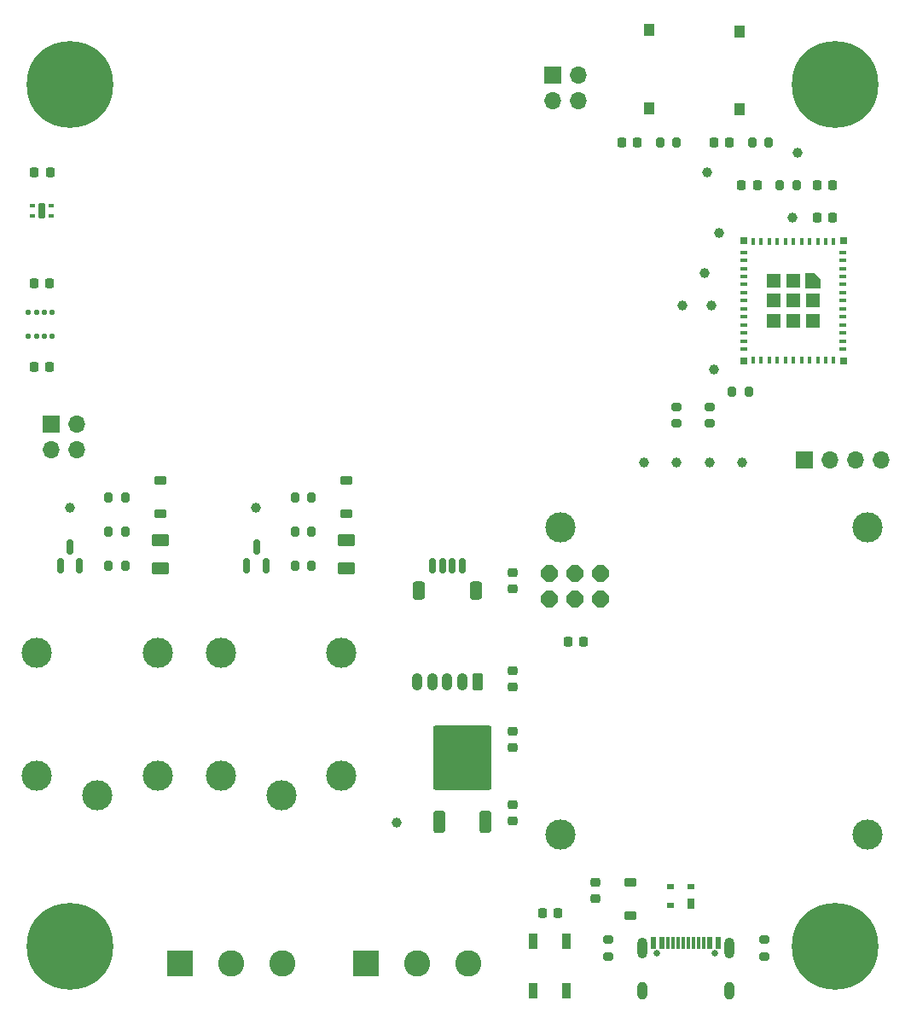
<source format=gbr>
%TF.GenerationSoftware,KiCad,Pcbnew,(7.0.0-0)*%
%TF.CreationDate,2023-04-09T15:51:22-04:00*%
%TF.ProjectId,KwartzLab-SensorBoard-Rev2,4b776172-747a-44c6-9162-2d53656e736f,2*%
%TF.SameCoordinates,Original*%
%TF.FileFunction,Soldermask,Top*%
%TF.FilePolarity,Negative*%
%FSLAX46Y46*%
G04 Gerber Fmt 4.6, Leading zero omitted, Abs format (unit mm)*
G04 Created by KiCad (PCBNEW (7.0.0-0)) date 2023-04-09 15:51:22*
%MOMM*%
%LPD*%
G01*
G04 APERTURE LIST*
G04 Aperture macros list*
%AMRoundRect*
0 Rectangle with rounded corners*
0 $1 Rounding radius*
0 $2 $3 $4 $5 $6 $7 $8 $9 X,Y pos of 4 corners*
0 Add a 4 corners polygon primitive as box body*
4,1,4,$2,$3,$4,$5,$6,$7,$8,$9,$2,$3,0*
0 Add four circle primitives for the rounded corners*
1,1,$1+$1,$2,$3*
1,1,$1+$1,$4,$5*
1,1,$1+$1,$6,$7*
1,1,$1+$1,$8,$9*
0 Add four rect primitives between the rounded corners*
20,1,$1+$1,$2,$3,$4,$5,0*
20,1,$1+$1,$4,$5,$6,$7,0*
20,1,$1+$1,$6,$7,$8,$9,0*
20,1,$1+$1,$8,$9,$2,$3,0*%
%AMFreePoly0*
4,1,6,0.725000,-0.725000,-0.725000,-0.725000,-0.725000,0.125000,-0.125000,0.725000,0.725000,0.725000,0.725000,-0.725000,0.725000,-0.725000,$1*%
%AMFreePoly1*
4,1,17,0.356937,0.810921,0.810921,0.356937,0.825800,0.321016,0.825800,-0.321016,0.810921,-0.356937,0.356937,-0.810921,0.321016,-0.825800,-0.321016,-0.825800,-0.356937,-0.810921,-0.810921,-0.356937,-0.825800,-0.321016,-0.825800,0.321016,-0.810921,0.356937,-0.356937,0.810921,-0.321016,0.825800,0.321016,0.825800,0.356937,0.810921,0.356937,0.810921,$1*%
G04 Aperture macros list end*
%ADD10R,1.700000X1.700000*%
%ADD11O,1.700000X1.700000*%
%ADD12RoundRect,0.250000X0.350000X-0.850000X0.350000X0.850000X-0.350000X0.850000X-0.350000X-0.850000X0*%
%ADD13RoundRect,0.249997X2.650003X-2.950003X2.650003X2.950003X-2.650003X2.950003X-2.650003X-2.950003X0*%
%ADD14R,1.000000X1.250000*%
%ADD15RoundRect,0.225000X-0.225000X-0.250000X0.225000X-0.250000X0.225000X0.250000X-0.225000X0.250000X0*%
%ADD16C,0.900000*%
%ADD17C,8.600000*%
%ADD18RoundRect,0.200000X0.200000X0.275000X-0.200000X0.275000X-0.200000X-0.275000X0.200000X-0.275000X0*%
%ADD19C,1.000000*%
%ADD20RoundRect,0.150000X0.150000X-0.587500X0.150000X0.587500X-0.150000X0.587500X-0.150000X-0.587500X0*%
%ADD21RoundRect,0.250000X0.265000X0.615000X-0.265000X0.615000X-0.265000X-0.615000X0.265000X-0.615000X0*%
%ADD22O,1.030000X1.730000*%
%ADD23RoundRect,0.225000X0.375000X-0.225000X0.375000X0.225000X-0.375000X0.225000X-0.375000X-0.225000X0*%
%ADD24R,0.400000X0.800000*%
%ADD25R,0.800000X0.400000*%
%ADD26FreePoly0,270.000000*%
%ADD27R,1.450000X1.450000*%
%ADD28R,0.700000X0.700000*%
%ADD29RoundRect,0.200000X-0.275000X0.200000X-0.275000X-0.200000X0.275000X-0.200000X0.275000X0.200000X0*%
%ADD30C,3.000000*%
%ADD31RoundRect,0.200000X-0.200000X-0.275000X0.200000X-0.275000X0.200000X0.275000X-0.200000X0.275000X0*%
%ADD32RoundRect,0.225000X0.225000X0.250000X-0.225000X0.250000X-0.225000X-0.250000X0.225000X-0.250000X0*%
%ADD33R,2.600000X2.600000*%
%ADD34C,2.600000*%
%ADD35RoundRect,0.225000X0.250000X-0.225000X0.250000X0.225000X-0.250000X0.225000X-0.250000X-0.225000X0*%
%ADD36R,0.900000X1.500000*%
%ADD37RoundRect,0.225000X-0.375000X0.225000X-0.375000X-0.225000X0.375000X-0.225000X0.375000X0.225000X0*%
%ADD38RoundRect,0.150000X0.150000X0.625000X-0.150000X0.625000X-0.150000X-0.625000X0.150000X-0.625000X0*%
%ADD39RoundRect,0.250000X0.350000X0.650000X-0.350000X0.650000X-0.350000X-0.650000X0.350000X-0.650000X0*%
%ADD40FreePoly1,180.000000*%
%ADD41RoundRect,0.250000X-0.625000X0.375000X-0.625000X-0.375000X0.625000X-0.375000X0.625000X0.375000X0*%
%ADD42RoundRect,0.125000X-0.125000X-0.137500X0.125000X-0.137500X0.125000X0.137500X-0.125000X0.137500X0*%
%ADD43RoundRect,0.225000X-0.250000X0.225000X-0.250000X-0.225000X0.250000X-0.225000X0.250000X0.225000X0*%
%ADD44C,0.650000*%
%ADD45R,0.600000X1.150000*%
%ADD46R,0.300000X1.150000*%
%ADD47O,1.000000X2.100000*%
%ADD48O,1.000000X1.800000*%
%ADD49RoundRect,0.087500X-0.187500X-0.087500X0.187500X-0.087500X0.187500X0.087500X-0.187500X0.087500X0*%
%ADD50RoundRect,0.175000X-0.175000X-0.625000X0.175000X-0.625000X0.175000X0.625000X-0.175000X0.625000X0*%
%ADD51R,0.700000X1.000000*%
%ADD52R,0.700000X0.600000*%
G04 APERTURE END LIST*
D10*
%TO.C,J8*%
X94999999Y-99884290D03*
D11*
X97539999Y-99884290D03*
X94999999Y-102424290D03*
X97539999Y-102424290D03*
%TD*%
D12*
%TO.C,U2*%
X133495000Y-139275000D03*
D13*
X135775000Y-132975000D03*
D12*
X138055000Y-139275000D03*
%TD*%
D14*
%TO.C,SW1*%
X154349999Y-60774999D03*
X154349999Y-68524999D03*
%TD*%
D15*
%TO.C,C7*%
X151600000Y-71900000D03*
X153150000Y-71900000D03*
%TD*%
D16*
%TO.C,H3*%
X169557188Y-66150000D03*
X170501769Y-63869581D03*
X170501769Y-68430419D03*
X172782188Y-62925000D03*
D17*
X172782188Y-66150000D03*
D16*
X172782188Y-69375000D03*
X175062607Y-63869581D03*
X175062607Y-68430419D03*
X176007188Y-66150000D03*
%TD*%
%TO.C,H1*%
X93600000Y-151650000D03*
X94544581Y-149369581D03*
X94544581Y-153930419D03*
X96825000Y-148425000D03*
D17*
X96825000Y-151650000D03*
D16*
X96825000Y-154875000D03*
X99105419Y-149369581D03*
X99105419Y-153930419D03*
X100050000Y-151650000D03*
%TD*%
D18*
%TO.C,R13*%
X120800000Y-113900000D03*
X119150000Y-113900000D03*
%TD*%
D10*
%TO.C,J1*%
X169719999Y-103399999D03*
D11*
X172259999Y-103399999D03*
X174799999Y-103399999D03*
X177339999Y-103399999D03*
%TD*%
D19*
%TO.C,TP1*%
X161300000Y-80900000D03*
%TD*%
D16*
%TO.C,H4*%
X93600000Y-66150000D03*
X94544581Y-63869581D03*
X94544581Y-68430419D03*
X96825000Y-62925000D03*
D17*
X96825000Y-66150000D03*
D16*
X96825000Y-69375000D03*
X99105419Y-63869581D03*
X99105419Y-68430419D03*
X100050000Y-66150000D03*
%TD*%
D20*
%TO.C,Q2*%
X114400000Y-113900000D03*
X116300000Y-113900000D03*
X115350000Y-112025000D03*
%TD*%
D21*
%TO.C,J3*%
X137300000Y-125400000D03*
D22*
X135799999Y-125399999D03*
X134299999Y-125399999D03*
X132799999Y-125399999D03*
X131299999Y-125399999D03*
%TD*%
D23*
%TO.C,D6*%
X105800000Y-108700000D03*
X105800000Y-105400000D03*
%TD*%
D24*
%TO.C,U1*%
X172649999Y-81699999D03*
X171849999Y-81699999D03*
X171049999Y-81699999D03*
X170249999Y-81699999D03*
X169449999Y-81699999D03*
X168649999Y-81699999D03*
X167849999Y-81699999D03*
X167049999Y-81699999D03*
X166249999Y-81699999D03*
X165449999Y-81699999D03*
X164649999Y-81699999D03*
D25*
X163749999Y-82799999D03*
X163749999Y-83599999D03*
X163749999Y-84399999D03*
X163749999Y-85199999D03*
X163749999Y-85999999D03*
X163749999Y-86799999D03*
X163749999Y-87599999D03*
X163749999Y-88399999D03*
X163749999Y-89199999D03*
X163749999Y-89999999D03*
X163749999Y-90799999D03*
X163749999Y-91599999D03*
X163749999Y-92399999D03*
D24*
X164649999Y-93499999D03*
X165449999Y-93499999D03*
X166249999Y-93499999D03*
X167049999Y-93499999D03*
X167849999Y-93499999D03*
X168649999Y-93499999D03*
X169449999Y-93499999D03*
X170249999Y-93499999D03*
X171049999Y-93499999D03*
X171849999Y-93499999D03*
X172649999Y-93499999D03*
D25*
X173549999Y-92399999D03*
X173549999Y-91599999D03*
X173549999Y-90799999D03*
X173549999Y-89999999D03*
X173549999Y-89199999D03*
X173549999Y-88399999D03*
X173549999Y-87599999D03*
X173549999Y-86799999D03*
X173549999Y-85999999D03*
X173549999Y-85199999D03*
X173549999Y-84399999D03*
X173549999Y-83599999D03*
X173549999Y-82799999D03*
D26*
X170625000Y-85625000D03*
D27*
X168649999Y-85624999D03*
X166674999Y-85624999D03*
X170624999Y-87599999D03*
X168649999Y-87599999D03*
X166674999Y-87599999D03*
X170624999Y-89574999D03*
X168649999Y-89574999D03*
X166674999Y-89574999D03*
D28*
X173599999Y-93549999D03*
X163699999Y-93549999D03*
X163699999Y-81649999D03*
X173599999Y-81649999D03*
%TD*%
D29*
%TO.C,R4*%
X150230000Y-151000000D03*
X150230000Y-152650000D03*
%TD*%
D30*
%TO.C,K2*%
X117800000Y-136700000D03*
X111800000Y-122500000D03*
X123800000Y-122500000D03*
X123800000Y-134700000D03*
X111800000Y-134700000D03*
%TD*%
D15*
%TO.C,C2*%
X171000000Y-79400000D03*
X172550000Y-79400000D03*
%TD*%
D31*
%TO.C,R8*%
X100650000Y-110525000D03*
X102300000Y-110525000D03*
%TD*%
D16*
%TO.C,H2*%
X169544581Y-151650000D03*
X170489162Y-149369581D03*
X170489162Y-153930419D03*
X172769581Y-148425000D03*
D17*
X172769581Y-151650000D03*
D16*
X172769581Y-154875000D03*
X175050000Y-149369581D03*
X175050000Y-153930419D03*
X175994581Y-151650000D03*
%TD*%
D32*
%TO.C,C14*%
X147850000Y-121400000D03*
X146300000Y-121400000D03*
%TD*%
D29*
%TO.C,R1*%
X160300000Y-98150000D03*
X160300000Y-99800000D03*
%TD*%
D15*
%TO.C,C10*%
X93300000Y-74837500D03*
X94850000Y-74837500D03*
%TD*%
D33*
%TO.C,J6*%
X126214999Y-153399999D03*
D34*
X131295000Y-153400000D03*
X136375000Y-153400000D03*
%TD*%
D19*
%TO.C,TP10*%
X129300000Y-139400000D03*
%TD*%
D35*
%TO.C,C15*%
X140800000Y-116150000D03*
X140800000Y-114600000D03*
%TD*%
D36*
%TO.C,D3*%
X142799999Y-156049999D03*
X146099999Y-156049999D03*
X146099999Y-151149999D03*
X142799999Y-151149999D03*
%TD*%
D35*
%TO.C,C13*%
X140800000Y-125900000D03*
X140800000Y-124350000D03*
%TD*%
D29*
%TO.C,R5*%
X165730000Y-151000000D03*
X165730000Y-152650000D03*
%TD*%
D19*
%TO.C,TP9*%
X160300000Y-103650000D03*
%TD*%
D14*
%TO.C,SW2*%
X163299999Y-60899999D03*
X163299999Y-68649999D03*
%TD*%
D35*
%TO.C,C5*%
X140800000Y-131900000D03*
X140800000Y-130350000D03*
%TD*%
D19*
%TO.C,TP4*%
X153800000Y-103650000D03*
%TD*%
D31*
%TO.C,R7*%
X164550000Y-71900000D03*
X166200000Y-71900000D03*
%TD*%
D37*
%TO.C,D2*%
X152480000Y-145350000D03*
X152480000Y-148650000D03*
%TD*%
D19*
%TO.C,TP3*%
X115300000Y-108150000D03*
%TD*%
D15*
%TO.C,C1*%
X163500000Y-76150000D03*
X165050000Y-76150000D03*
%TD*%
D38*
%TO.C,J7*%
X135800000Y-113875000D03*
X134800000Y-113875000D03*
X133800000Y-113875000D03*
X132800000Y-113875000D03*
D39*
X137100000Y-116400000D03*
X131500000Y-116400000D03*
%TD*%
D15*
%TO.C,C8*%
X160750000Y-71900000D03*
X162300000Y-71900000D03*
%TD*%
D31*
%TO.C,R14*%
X162550000Y-96640000D03*
X164200000Y-96640000D03*
%TD*%
D19*
%TO.C,TP13*%
X160050000Y-74900000D03*
%TD*%
%TO.C,TP6*%
X168550000Y-79400000D03*
%TD*%
D33*
%TO.C,J5*%
X107799999Y-153399999D03*
D34*
X112880000Y-153400000D03*
X117960000Y-153400000D03*
%TD*%
D30*
%TO.C,J4*%
X176023128Y-140594944D03*
X176023128Y-110114944D03*
X145543128Y-140594944D03*
X145543128Y-110114944D03*
D40*
X149482928Y-114684144D03*
X149482928Y-117224144D03*
X146942928Y-114684144D03*
X146942928Y-117224144D03*
X144402928Y-114684144D03*
X144402928Y-117224144D03*
%TD*%
D18*
%TO.C,R10*%
X102300000Y-107150000D03*
X100650000Y-107150000D03*
%TD*%
%TO.C,R12*%
X120800000Y-107150000D03*
X119150000Y-107150000D03*
%TD*%
D23*
%TO.C,D7*%
X124300000Y-108700000D03*
X124300000Y-105400000D03*
%TD*%
D41*
%TO.C,D4*%
X105800000Y-111350000D03*
X105800000Y-114150000D03*
%TD*%
D19*
%TO.C,TP11*%
X157050000Y-103650000D03*
%TD*%
%TO.C,TP14*%
X159800000Y-84900000D03*
%TD*%
D15*
%TO.C,C3*%
X171000000Y-76150000D03*
X172550000Y-76150000D03*
%TD*%
D42*
%TO.C,U4*%
X92700000Y-88775000D03*
X93500000Y-88775000D03*
X94300000Y-88775000D03*
X95100000Y-88775000D03*
X95100000Y-91150000D03*
X94300000Y-91150000D03*
X93500000Y-91150000D03*
X92700000Y-91150000D03*
%TD*%
D19*
%TO.C,TP8*%
X160510000Y-88060000D03*
%TD*%
%TO.C,TP5*%
X163550000Y-103650000D03*
%TD*%
%TO.C,TP12*%
X160800000Y-94400000D03*
%TD*%
D43*
%TO.C,C6*%
X148980000Y-145350000D03*
X148980000Y-146900000D03*
%TD*%
D44*
%TO.C,J2*%
X155090000Y-152370000D03*
X160870000Y-152370000D03*
D45*
X154779999Y-151294999D03*
X155579999Y-151294999D03*
D46*
X156729999Y-151294999D03*
X157729999Y-151294999D03*
X158229999Y-151294999D03*
X159229999Y-151294999D03*
D45*
X160379999Y-151294999D03*
X161179999Y-151294999D03*
X161179999Y-151294999D03*
X160379999Y-151294999D03*
D46*
X159729999Y-151294999D03*
X158729999Y-151294999D03*
X157229999Y-151294999D03*
X156229999Y-151294999D03*
D45*
X155579999Y-151294999D03*
X154779999Y-151294999D03*
D47*
X153659999Y-151869999D03*
D48*
X153659999Y-156049999D03*
D47*
X162299999Y-151869999D03*
D48*
X162299999Y-156049999D03*
%TD*%
D18*
%TO.C,R11*%
X102300000Y-113900000D03*
X100650000Y-113900000D03*
%TD*%
D20*
%TO.C,Q1*%
X95900000Y-113900000D03*
X97800000Y-113900000D03*
X96850000Y-112025000D03*
%TD*%
D10*
%TO.C,J9*%
X144799999Y-65259999D03*
D11*
X147339999Y-65259999D03*
X144799999Y-67799999D03*
X147339999Y-67799999D03*
%TD*%
D29*
%TO.C,R2*%
X157050000Y-98150000D03*
X157050000Y-99800000D03*
%TD*%
D49*
%TO.C,U3*%
X93100000Y-78150000D03*
X93100000Y-79150000D03*
X94950000Y-79150000D03*
X94950000Y-78150000D03*
D50*
X94025000Y-78650000D03*
%TD*%
D31*
%TO.C,R9*%
X119150000Y-110525000D03*
X120800000Y-110525000D03*
%TD*%
D19*
%TO.C,TP15*%
X169050000Y-72900000D03*
%TD*%
D41*
%TO.C,D5*%
X124300000Y-111350000D03*
X124300000Y-114150000D03*
%TD*%
D51*
%TO.C,D1*%
X158479999Y-147399999D03*
D52*
X158479999Y-145699999D03*
X156479999Y-145699999D03*
X156479999Y-147599999D03*
%TD*%
D35*
%TO.C,C4*%
X140800000Y-139200000D03*
X140800000Y-137650000D03*
%TD*%
D31*
%TO.C,R6*%
X155400000Y-71900000D03*
X157050000Y-71900000D03*
%TD*%
D30*
%TO.C,K1*%
X99550000Y-136700000D03*
X93550000Y-122500000D03*
X105550000Y-122500000D03*
X105550000Y-134700000D03*
X93550000Y-134700000D03*
%TD*%
D15*
%TO.C,C11*%
X93250000Y-85900000D03*
X94800000Y-85900000D03*
%TD*%
%TO.C,C9*%
X143750000Y-148400000D03*
X145300000Y-148400000D03*
%TD*%
D19*
%TO.C,TP7*%
X157620000Y-88060000D03*
%TD*%
%TO.C,TP2*%
X96800000Y-108150000D03*
%TD*%
D18*
%TO.C,R3*%
X168950000Y-76150000D03*
X167300000Y-76150000D03*
%TD*%
D15*
%TO.C,C12*%
X93250000Y-94150000D03*
X94800000Y-94150000D03*
%TD*%
M02*

</source>
